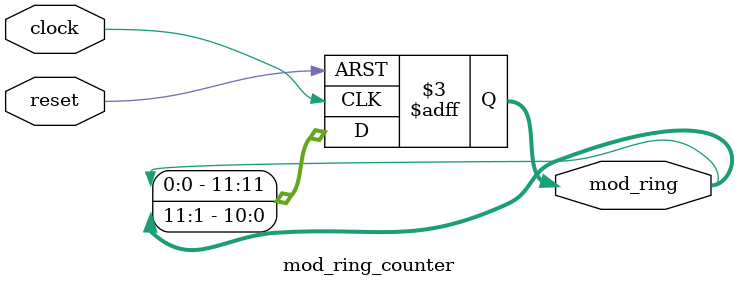
<source format=sv>
module mod_ring_counter (

	input wire reset,
	input wire clock,
	output reg [11:0] mod_ring
	
);

always @(posedge clock or 
	posedge reset)
	
	if (reset == 1)
		mod_ring <= 12'b111000000000 ;
		
	else
		mod_ring <= { mod_ring[0], mod_ring[11:1] };
		
endmodule

</source>
